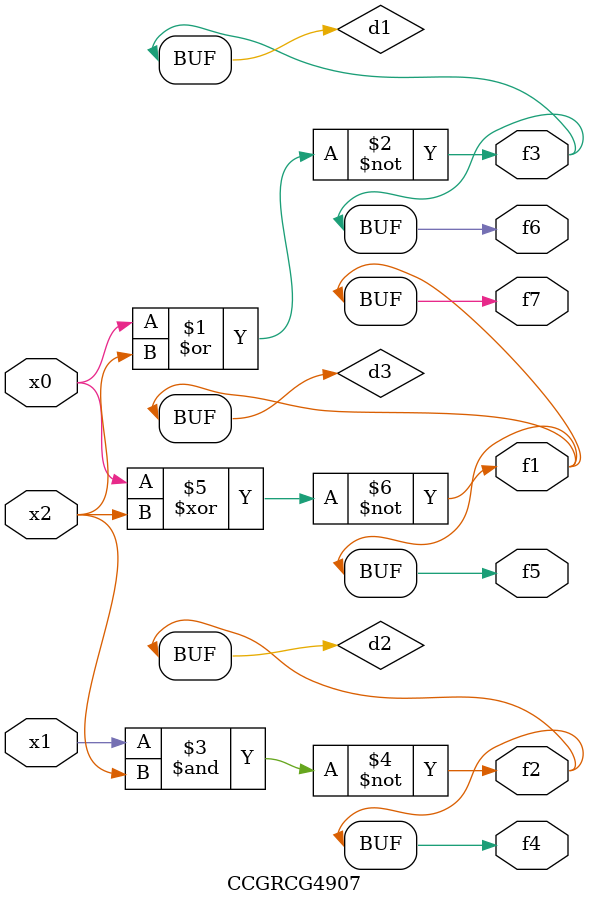
<source format=v>
module CCGRCG4907(
	input x0, x1, x2,
	output f1, f2, f3, f4, f5, f6, f7
);

	wire d1, d2, d3;

	nor (d1, x0, x2);
	nand (d2, x1, x2);
	xnor (d3, x0, x2);
	assign f1 = d3;
	assign f2 = d2;
	assign f3 = d1;
	assign f4 = d2;
	assign f5 = d3;
	assign f6 = d1;
	assign f7 = d3;
endmodule

</source>
